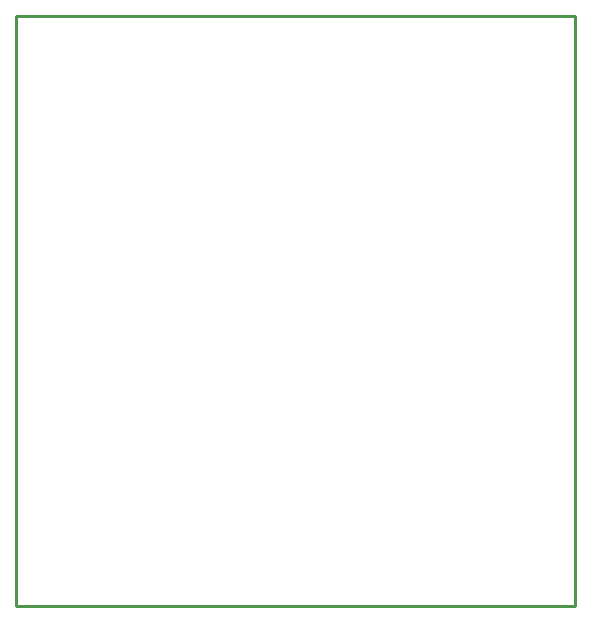
<source format=gko>
G04 ---------------------------- Layer name :KeepOutLayer*
G04 EasyEDA v5.5.14, Thu, 21 Jun 2018 15:21:40 GMT*
G04 9a38f802714640338dee6b1ee23c8345*
G04 Gerber Generator version 0.2*
G04 Scale: 100 percent, Rotated: No, Reflected: No *
G04 Dimensions in millimeters *
G04 leading zeros omitted , absolute positions ,3 integer and 3 decimal *
%FSLAX33Y33*%
%MOMM*%
G90*
G71D02*

%ADD10C,0.254000*%
G54D10*
G01X0Y49899D02*
G01X47349Y49899D01*
G01X47349Y0D01*
G01X0Y0D01*
G01X0Y49899D01*

%LPD*%
M00*
M02*

</source>
